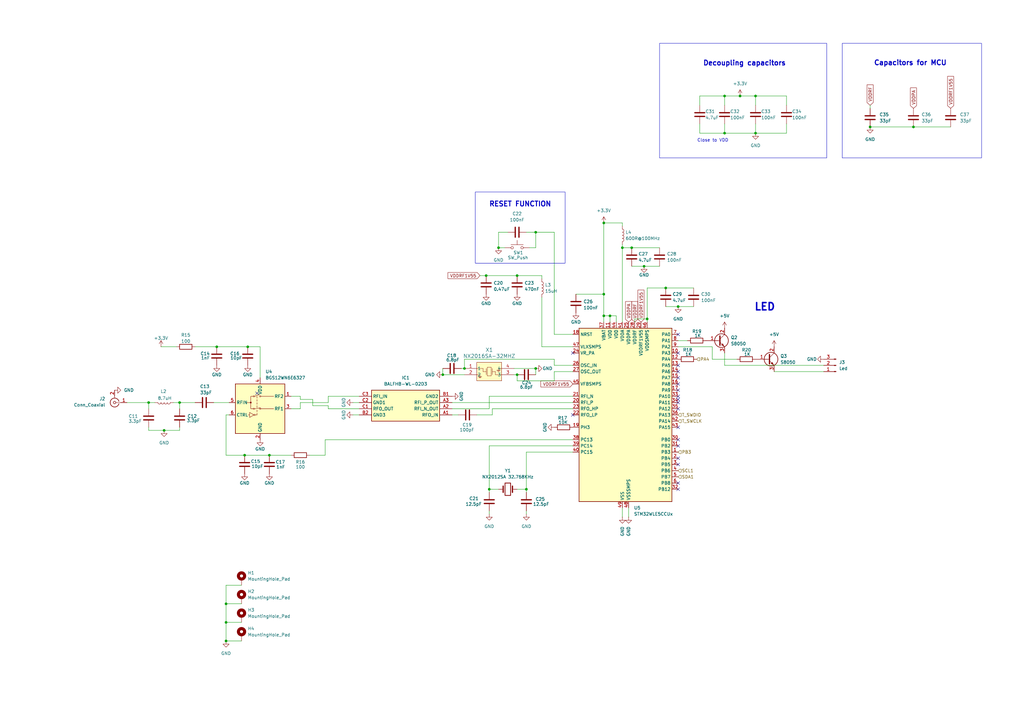
<source format=kicad_sch>
(kicad_sch (version 20231120) (generator "eeschema") (generator_version "8.0")
  (paper "A3")
  (lib_symbols
    (symbol "BALFHB-WL-05D3:BALFHB-WL-05D3"
      (property "Reference" "IC" (at 34.29 7.62 0))
      (property "Value" "BALFHB-WL-05D3" (at 34.29 5.08 0))
      (symbol "BALFHB-WL-05D3_1_1"
        (rectangle (start 5.08 2.54) (end 33.02 -10.16) (stroke (width 0.254)) (fill (type background)))
        (pin passive line (at 0 0 0) (length 5.08) (name "RFO_IN") (number "A1"))
        (pin passive line (at 0 -2.54 0) (length 5.08) (name "RFI_N_OUT") (number "A2"))
        (pin passive line (at 0 -5.08 0) (length 5.08) (name "RFI_P_OUT") (number "A3"))
        (pin passive line (at 0 -7.62 0) (length 5.08) (name "GND2") (number "B1"))
        (pin passive line (at 38.1 0 180) (length 5.08) (name "GND3") (number "B2"))
        (pin passive line (at 38.1 -2.54 180) (length 5.08) (name "RFO_OUT") (number "C1"))
        (pin passive line (at 38.1 -5.08 180) (length 5.08) (name "GND1") (number "C2"))
        (pin passive line (at 38.1 -7.62 180) (length 5.08) (name "RFI_IN") (number "C3"))
      )
    )
    (symbol "Connector:Conn_01x03_Pin" (pin_names (offset 1.016) hide)
      (property "Reference" "J" (at 0 5.08 0))
      (property "Value" "Conn_01x03_Pin" (at 0 -5.08 0))
      (symbol "Conn_01x03_Pin_1_1"
        (polyline (pts (xy 1.27 -2.54) (xy 0.8636 -2.54)) (stroke (width 0.1524)))
        (polyline (pts (xy 1.27 0) (xy 0.8636 0)) (stroke (width 0.1524)))
        (polyline (pts (xy 1.27 2.54) (xy 0.8636 2.54)) (stroke (width 0.1524)))
        (rectangle (start 0.8636 -2.413) (end 0 -2.667) (stroke (width 0.1524)) (fill (type outline)))
        (rectangle (start 0.8636 0.127) (end 0 -0.127) (stroke (width 0.1524)) (fill (type outline)))
        (rectangle (start 0.8636 2.667) (end 0 2.413) (stroke (width 0.1524)) (fill (type outline)))
        (pin passive line (at 5.08 2.54 180) (length 3.81) (name "Pin_1") (number "1"))
        (pin passive line (at 5.08 0 180) (length 3.81) (name "Pin_2") (number "2"))
        (pin passive line (at 5.08 -2.54 180) (length 3.81) (name "Pin_3") (number "3"))
      )
    )
    (symbol "Connector:Conn_Coaxial" (pin_names (offset 1.016) hide)
      (property "Reference" "J" (at 0.254 3.048 0))
      (property "Value" "Conn_Coaxial" (at 2.921 0 90))
      (symbol "Conn_Coaxial_0_1"
        (arc (start -1.778 -0.508) (mid 0.2311 -1.8066) (end 1.778 0) (stroke (width 0.254)))
        (polyline (pts (xy -2.54 0) (xy -0.508 0)))
        (polyline (pts (xy 0 -2.54) (xy 0 -1.778)))
        (circle (center 0 0) (radius 0.508) (stroke (width 0.2032)))
        (arc (start 1.778 0) (mid 0.2099 1.8101) (end -1.778 0.508) (stroke (width 0.254)))
      )
      (symbol "Conn_Coaxial_1_1"
        (pin passive line (at -5.08 0 0) (length 2.54) (name "In") (number "1"))
        (pin passive line (at 0 -5.08 90) (length 2.54) (name "Ext") (number "2"))
      )
    )
    (symbol "Device:C" (pin_numbers hide) (pin_names (offset 0.254))
      (property "Reference" "C" (at 0.635 2.54 0))
      (property "Value" "C" (at 0.635 -2.54 0))
      (symbol "C_0_1"
        (polyline (pts (xy -2.032 -0.762) (xy 2.032 -0.762)) (stroke (width 0.508)))
        (polyline (pts (xy -2.032 0.762) (xy 2.032 0.762)) (stroke (width 0.508)))
      )
      (symbol "C_1_1"
        (pin passive line (at 0 3.81 270) (length 2.794) (name "~") (number "1"))
        (pin passive line (at 0 -3.81 90) (length 2.794) (name "~") (number "2"))
      )
    )
    (symbol "Device:Crystal" (pin_numbers hide) (pin_names (offset 1.016) hide)
      (property "Reference" "Y" (at 0 3.81 0))
      (property "Value" "Crystal" (at 0 -3.81 0))
      (symbol "Crystal_0_1"
        (rectangle (start -1.143 2.54) (end 1.143 -2.54) (stroke (width 0.3048)))
        (polyline (pts (xy -2.54 0) (xy -1.905 0)))
        (polyline (pts (xy -1.905 -1.27) (xy -1.905 1.27)) (stroke (width 0.508)))
        (polyline (pts (xy 1.905 -1.27) (xy 1.905 1.27)) (stroke (width 0.508)))
        (polyline (pts (xy 2.54 0) (xy 1.905 0)))
      )
      (symbol "Crystal_1_1"
        (pin passive line (at -3.81 0 0) (length 1.27) (name "1") (number "1"))
        (pin passive line (at 3.81 0 180) (length 1.27) (name "2") (number "2"))
      )
    )
    (symbol "Device:L" (pin_numbers hide) (pin_names (offset 1.016) hide)
      (property "Reference" "L" (at -1.27 0 90))
      (property "Value" "L" (at 1.905 0 90))
      (symbol "L_0_1"
        (arc (start 0 -2.54) (mid 0.6323 -1.905) (end 0 -1.27))
        (arc (start 0 -1.27) (mid 0.6323 -0.635) (end 0 0))
        (arc (start 0 0) (mid 0.6323 0.635) (end 0 1.27))
        (arc (start 0 1.27) (mid 0.6323 1.905) (end 0 2.54))
      )
      (symbol "L_1_1"
        (pin passive line (at 0 3.81 270) (length 1.27) (name "1") (number "1"))
        (pin passive line (at 0 -3.81 90) (length 1.27) (name "2") (number "2"))
      )
    )
    (symbol "Device:R" (pin_numbers hide) (pin_names (offset 0))
      (property "Reference" "R" (at 2.032 0 90))
      (property "Value" "R" (at 0 0 90))
      (symbol "R_0_1"
        (rectangle (start -1.016 -2.54) (end 1.016 2.54) (stroke (width 0.254)))
      )
      (symbol "R_1_1"
        (pin passive line (at 0 3.81 270) (length 1.27) (name "~") (number "1"))
        (pin passive line (at 0 -3.81 90) (length 1.27) (name "~") (number "2"))
      )
    )
    (symbol "GND_1" (power) (pin_numbers hide) (pin_names (offset 0) hide)
      (property "Value" "GND" (at 0 -3.81 0))
      (symbol "GND_1_0_1"
        (polyline (pts (xy 0 0) (xy 0 -1.27) (xy 1.27 -1.27) (xy 0 -2.54) (xy -1.27 -1.27) (xy 0 -1.27)))
      )
      (symbol "GND_1_1_1"
        (pin power_in line (at 0 0 270) (length 0) (name "~") (number "1"))
      )
    )
    (symbol "GND_2" (power) (pin_numbers hide) (pin_names (offset 0) hide)
      (property "Value" "GND" (at 0 -3.81 0))
      (symbol "GND_2_0_1"
        (polyline (pts (xy 0 0) (xy 0 -1.27) (xy 1.27 -1.27) (xy 0 -2.54) (xy -1.27 -1.27) (xy 0 -1.27)))
      )
      (symbol "GND_2_1_1"
        (pin power_in line (at 0 0 270) (length 0) (name "~") (number "1"))
      )
    )
    (symbol "MCU_ST_STM32WL:STM32WLE5CCUx"
      (property "Reference" "U" (at -17.78 36.83 0))
      (property "Value" "STM32WLE5CCUx" (at 12.7 36.83 0))
      (symbol "STM32WLE5CCUx_0_1"
        (rectangle (start -17.78 -35.56) (end 20.32 35.56) (stroke (width 0.254)) (fill (type background)))
      )
      (symbol "STM32WLE5CCUx_1_1"
        (pin bidirectional line (at 22.86 -15.24 180) (length 2.54) (name "PB3") (number "1"))
        (pin bidirectional line (at 22.86 25.4 180) (length 2.54) (name "PA3") (number "10"))
        (pin power_in line (at -5.08 38.1 270) (length 2.54) (name "VDD") (number "11"))
        (pin bidirectional line (at 22.86 22.86 180) (length 2.54) (name "PA4") (number "12"))
        (pin bidirectional line (at 22.86 20.32 180) (length 2.54) (name "PA5") (number "13"))
        (pin bidirectional line (at 22.86 17.78 180) (length 2.54) (name "PA6") (number "14"))
        (pin bidirectional line (at 22.86 15.24 180) (length 2.54) (name "PA7") (number "15"))
        (pin bidirectional line (at 22.86 12.7 180) (length 2.54) (name "PA8") (number "16"))
        (pin bidirectional line (at 22.86 10.16 180) (length 2.54) (name "PA9") (number "17"))
        (pin input line (at -20.32 33.02 0) (length 2.54) (name "NRST") (number "18"))
        (pin bidirectional line (at -20.32 -5.08 0) (length 2.54) (name "PH3") (number "19"))
        (pin bidirectional line (at 22.86 -17.78 180) (length 2.54) (name "PB4") (number "2"))
        (pin bidirectional line (at -20.32 5.08 0) (length 2.54) (name "RFI_P") (number "20"))
        (pin bidirectional line (at -20.32 7.62 0) (length 2.54) (name "RFI_N") (number "21"))
        (pin bidirectional line (at -20.32 0 0) (length 2.54) (name "RFO_LP") (number "22"))
        (pin bidirectional line (at -20.32 2.54 0) (length 2.54) (name "RFO_HP") (number "23"))
        (pin power_in line (at -20.32 25.4 0) (length 2.54) (name "VR_PA") (number "24"))
        (pin power_in line (at 2.54 38.1 270) (length 2.54) (name "VDDPA") (number "25"))
        (pin input line (at -20.32 20.32 0) (length 2.54) (name "OSC_IN") (number "26"))
        (pin input line (at -20.32 17.78 0) (length 2.54) (name "OSC_OUT") (number "27"))
        (pin power_in line (at 5.08 38.1 270) (length 2.54) (name "VDDRF") (number "28"))
        (pin power_in line (at 7.62 38.1 270) (length 2.54) (name "VDDRF1V55") (number "29"))
        (pin bidirectional line (at 22.86 -20.32 180) (length 2.54) (name "PB5") (number "3"))
        (pin bidirectional line (at 22.86 -10.16 180) (length 2.54) (name "PB0") (number "30"))
        (pin bidirectional line (at 22.86 -12.7 180) (length 2.54) (name "PB2") (number "31"))
        (pin bidirectional line (at 22.86 -30.48 180) (length 2.54) (name "PB12") (number "32"))
        (pin bidirectional line (at 22.86 7.62 180) (length 2.54) (name "PA10") (number "33"))
        (pin bidirectional line (at 22.86 5.08 180) (length 2.54) (name "PA11") (number "34"))
        (pin bidirectional line (at 22.86 2.54 180) (length 2.54) (name "PA12") (number "35"))
        (pin bidirectional line (at 22.86 0 180) (length 2.54) (name "PA13") (number "36"))
        (pin power_in line (at -7.62 38.1 270) (length 2.54) (name "VBAT") (number "37"))
        (pin bidirectional line (at -20.32 -10.16 0) (length 2.54) (name "PC13") (number "38"))
        (pin bidirectional line (at -20.32 -12.7 0) (length 2.54) (name "PC14") (number "39"))
        (pin bidirectional line (at 22.86 -22.86 180) (length 2.54) (name "PB6") (number "4"))
        (pin bidirectional line (at -20.32 -15.24 0) (length 2.54) (name "PC15") (number "40"))
        (pin power_in line (at 0 38.1 270) (length 2.54) (name "VDDA") (number "41"))
        (pin bidirectional line (at 22.86 -2.54 180) (length 2.54) (name "PA14") (number "42"))
        (pin bidirectional line (at 22.86 -5.08 180) (length 2.54) (name "PA15") (number "43"))
        (pin power_in line (at -2.54 38.1 270) (length 2.54) (name "VDD") (number "44"))
        (pin input line (at -20.32 12.7 0) (length 2.54) (name "VFBSMPS") (number "45"))
        (pin power_in line (at 10.16 38.1 270) (length 2.54) (name "VDDSMPS") (number "46"))
        (pin power_in line (at -20.32 27.94 0) (length 2.54) (name "VLXSMPS") (number "47"))
        (pin power_in line (at 2.54 -38.1 90) (length 2.54) (name "VSSSMPS") (number "48"))
        (pin power_in line (at 0 -38.1 90) (length 2.54) (name "VSS") (number "49"))
        (pin bidirectional line (at 22.86 -25.4 180) (length 2.54) (name "PB7") (number "5"))
        (pin bidirectional line (at 22.86 -27.94 180) (length 2.54) (name "PB8") (number "6"))
        (pin bidirectional line (at 22.86 33.02 180) (length 2.54) (name "PA0") (number "7"))
        (pin bidirectional line (at 22.86 30.48 180) (length 2.54) (name "PA1") (number "8"))
        (pin bidirectional line (at 22.86 27.94 180) (length 2.54) (name "PA2") (number "9"))
      )
    )
    (symbol "Mechanical:MountingHole_Pad" (pin_numbers hide) (pin_names (offset 1.016) hide)
      (property "Reference" "H" (at 0 6.35 0))
      (property "Value" "MountingHole_Pad" (at 0 4.445 0))
      (symbol "MountingHole_Pad_0_1"
        (circle (center 0 1.27) (radius 1.27) (stroke (width 1.27)))
      )
      (symbol "MountingHole_Pad_1_1"
        (pin input line (at 0 -2.54 90) (length 2.54) (name "1") (number "1"))
      )
    )
    (symbol "NX2016SA-32MHZ:NX2016SA-32MHZ-EXS00A-CS06654" (pin_names (offset 0.254))
      (property "Reference" "X1" (at 12.7 7.62 0))
      (property "Value" "NX2016SA-32MHZ-EXS00A-CS06654" (at 12.7 5.08 0))
      (symbol "NX2016SA-32MHZ-EXS00A-CS06654_0_1"
        (polyline (pts (xy 7.62 -2.54) (xy 8.89 -2.54)) (stroke (width 0.127)))
        (polyline (pts (xy 8.128 -3.302) (xy 9.652 -3.302)) (stroke (width 0.127)))
        (polyline (pts (xy 8.382 -3.556) (xy 9.398 -3.556)) (stroke (width 0.127)))
        (polyline (pts (xy 8.636 -3.81) (xy 9.144 -3.81)) (stroke (width 0.127)))
        (polyline (pts (xy 8.89 -2.54) (xy 8.89 -3.302)) (stroke (width 0.127)))
        (polyline (pts (xy 10.16 -1.27) (xy 10.16 0)) (stroke (width 0.127)))
        (polyline (pts (xy 10.16 0) (xy 7.62 0)) (stroke (width 0.127)))
        (polyline (pts (xy 11.43 -1.27) (xy 10.16 -1.27)) (stroke (width 0.127)))
        (polyline (pts (xy 11.43 0) (xy 11.43 -2.54)) (stroke (width 0.127)))
        (polyline (pts (xy 11.938 -3.048) (xy 13.462 -3.048)) (stroke (width 0.127)))
        (polyline (pts (xy 11.938 0.508) (xy 11.938 -3.048)) (stroke (width 0.127)))
        (polyline (pts (xy 13.462 -3.048) (xy 13.462 0.508)) (stroke (width 0.127)))
        (polyline (pts (xy 13.462 0.508) (xy 11.938 0.508)) (stroke (width 0.127)))
        (polyline (pts (xy 13.97 -1.27) (xy 15.24 -1.27)) (stroke (width 0.127)))
        (polyline (pts (xy 13.97 0) (xy 13.97 -2.54)) (stroke (width 0.127)))
        (polyline (pts (xy 15.24 -2.54) (xy 17.78 -2.54)) (stroke (width 0.127)))
        (polyline (pts (xy 15.24 -1.27) (xy 15.24 -2.54)) (stroke (width 0.127)))
        (polyline (pts (xy 16.51 0) (xy 16.51 -0.762)) (stroke (width 0.127)))
        (polyline (pts (xy 16.764 -1.27) (xy 16.256 -1.27)) (stroke (width 0.127)))
        (polyline (pts (xy 17.018 -1.016) (xy 16.002 -1.016)) (stroke (width 0.127)))
        (polyline (pts (xy 17.272 -0.762) (xy 15.748 -0.762)) (stroke (width 0.127)))
        (polyline (pts (xy 17.78 0) (xy 16.51 0)) (stroke (width 0.127)))
      )
      (symbol "NX2016SA-32MHZ-EXS00A-CS06654_1_1"
        (rectangle (start 7.62 2.54) (end 17.78 -5.08) (fill (type background)))
        (pin unspecified line (at 2.54 0 0) (length 5.08) (name "1") (number "1"))
        (pin unspecified line (at 2.54 -2.54 0) (length 5.08) (name "2") (number "2"))
        (pin unspecified line (at 22.86 -2.54 180) (length 5.08) (name "3") (number "3"))
        (pin unspecified line (at 22.86 0 180) (length 5.08) (name "4") (number "4"))
      )
    )
    (symbol "RF_Switch:BGS12WN6E6327"
      (property "Reference" "U" (at -10.16 11.43 0))
      (property "Value" "BGS12WN6E6327" (at 1.27 11.43 0))
      (symbol "BGS12WN6E6327_0_0"
        (rectangle (start -10.16 10.16) (end 10.16 -10.16) (stroke (width 0.254)) (fill (type background)))
        (circle (center -3.81 2.54) (radius 0.254) (fill (type outline)))
        (circle (center -2.286 -2.54) (radius 0.254))
        (polyline (pts (xy -4.318 -2.54) (xy -4.826 -2.54)))
        (polyline (pts (xy -3.81 2.54) (xy -5.588 2.54)))
        (polyline (pts (xy -1.27 -2.54) (xy -2.032 -2.54)))
        (polyline (pts (xy -1.27 -2.54) (xy -1.27 -1.778)))
        (polyline (pts (xy -1.27 -1.27) (xy -1.27 -0.508)))
        (polyline (pts (xy -1.27 1.27) (xy -1.27 0.508)))
        (polyline (pts (xy -1.27 2.54) (xy -1.27 1.778)))
        (polyline (pts (xy -1.27 3.81) (xy -1.27 3.048)))
        (polyline (pts (xy -1.27 5.08) (xy -1.27 4.318)))
        (polyline (pts (xy 0.254 0) (xy 5.588 0)))
        (polyline (pts (xy 0.254 5.08) (xy 5.588 5.08)))
        (polyline (pts (xy -4.318 -1.524) (xy -4.318 -3.556) (xy -2.54 -2.54) (xy -4.318 -1.524)))
        (polyline (pts (xy -2.794 0) (xy -3.81 0) (xy -3.81 5.08) (xy -2.794 5.08)))
      )
      (symbol "BGS12WN6E6327_0_1"
        (circle (center -2.54 0) (radius 0.254))
        (circle (center -2.54 5.08) (radius 0.254))
        (polyline (pts (xy -2.286 0) (xy 0.127 0.381)))
        (polyline (pts (xy -2.286 5.08) (xy -0.254 5.842)))
        (circle (center 0 0) (radius 0.254))
        (circle (center 0 5.08) (radius 0.254))
      )
      (symbol "BGS12WN6E6327_1_1"
        (pin passive line (at 12.7 5.08 180) (length 2.54) (name "RF2") (number "1"))
        (pin power_in line (at 0 -12.7 90) (length 2.54) (name "GND") (number "2"))
        (pin passive line (at 12.7 0 180) (length 2.54) (name "RF1") (number "3"))
        (pin power_in line (at 0 12.7 270) (length 2.54) (name "VDD") (number "4"))
        (pin passive line (at -12.7 2.54 0) (length 2.54) (name "RFIN") (number "5"))
        (pin input line (at -12.7 -2.54 0) (length 2.54) (name "CTRL") (number "6"))
      )
    )
    (symbol "Switch:SW_Push" (pin_numbers hide) (pin_names (offset 1.016) hide)
      (property "Reference" "SW" (at 1.27 2.54 0))
      (property "Value" "SW_Push" (at 0 -1.524 0))
      (symbol "SW_Push_0_1"
        (circle (center -2.032 0) (radius 0.508))
        (polyline (pts (xy 0 1.27) (xy 0 3.048)))
        (polyline (pts (xy 2.54 1.27) (xy -2.54 1.27)))
        (circle (center 2.032 0) (radius 0.508))
        (pin passive line (at -5.08 0 0) (length 2.54) (name "1") (number "1"))
        (pin passive line (at 5.08 0 180) (length 2.54) (name "2") (number "2"))
      )
    )
    (symbol "Transistor_BJT:S8050" (pin_names (offset 0) hide)
      (property "Reference" "Q1" (at 5.08 1.2701 0))
      (property "Value" "S8050" (at 5.08 -1.2699 0))
      (symbol "S8050_0_1"
        (polyline (pts (xy 0 0) (xy 0.635 0)))
        (polyline (pts (xy 0.635 0.635) (xy 2.54 2.54)))
        (polyline (pts (xy 0.635 -0.635) (xy 2.54 -2.54) (xy 2.54 -2.54)))
        (polyline (pts (xy 0.635 1.905) (xy 0.635 -1.905) (xy 0.635 -1.905)) (stroke (width 0.508)))
        (polyline (pts (xy 1.27 -1.778) (xy 1.778 -1.27) (xy 2.286 -2.286) (xy 1.27 -1.778) (xy 1.27 -1.778)) (fill (type outline)))
        (circle (center 1.27 0) (radius 2.8194) (stroke (width 0.254)))
      )
      (symbol "S8050_1_1"
        (pin input line (at -5.08 0 0) (length 5.08) (name "B") (number "1"))
        (pin passive line (at 2.54 5.08 270) (length 2.54) (name "C") (number "2"))
        (pin passive line (at 2.54 -5.08 90) (length 2.54) (name "E") (number "3"))
      )
    )
    (symbol "power:+3.3V" (power) (pin_numbers hide) (pin_names (offset 0) hide)
      (property "Value" "+3.3V" (at 0 3.556 0))
      (symbol "+3.3V_0_1"
        (polyline (pts (xy -0.762 1.27) (xy 0 2.54)))
        (polyline (pts (xy 0 0) (xy 0 2.54)))
        (polyline (pts (xy 0 2.54) (xy 0.762 1.27)))
      )
      (symbol "+3.3V_1_1"
        (pin power_in line (at 0 0 90) (length 0) (name "~") (number "1"))
      )
    )
    (symbol "power:+5V" (power) (pin_numbers hide) (pin_names (offset 0) hide)
      (property "Value" "+5V" (at 0 3.556 0))
      (symbol "+5V_0_1"
        (polyline (pts (xy -0.762 1.27) (xy 0 2.54)))
        (polyline (pts (xy 0 0) (xy 0 2.54)))
        (polyline (pts (xy 0 2.54) (xy 0.762 1.27)))
      )
      (symbol "+5V_1_1"
        (pin power_in line (at 0 0 90) (length 0) (name "~") (number "1"))
      )
    )
    (symbol "power:GND" (power) (pin_names (offset 0))
      (property "Value" "GND" (at 0 -3.81 0))
      (symbol "GND_0_1"
        (polyline (pts (xy 0 0) (xy 0 -1.27) (xy 1.27 -1.27) (xy 0 -2.54) (xy -1.27 -1.27) (xy 0 -1.27)))
      )
      (symbol "GND_1_1"
        (pin power_in line (at 0 0 270) (length 0) hide (name "GND") (number "1"))
      )
    )
  )
  (junction (at 247.65 129.54))
  (junction (at 190.5 151.13))
  (junction (at 200.66 200.66))
  (junction (at 199.39 113.03))
  (junction (at 247.65 91.44))
  (junction (at 101.6 142.24))
  (junction (at 356.87 52.07))
  (junction (at 92.71 262.89))
  (junction (at 219.71 95.25))
  (junction (at 297.18 54.61))
  (junction (at 100.33 186.69))
  (junction (at 297.18 39.37))
  (junction (at 215.9 200.66))
  (junction (at 273.05 118.11))
  (junction (at 255.27 101.6))
  (junction (at 110.49 186.69))
  (junction (at 88.9 142.24))
  (junction (at 212.09 113.03))
  (junction (at 181.61 153.67))
  (junction (at 212.09 153.67))
  (junction (at 264.16 109.22))
  (junction (at 303.53 39.37))
  (junction (at 73.66 165.1))
  (junction (at 247.65 120.65))
  (junction (at 309.88 39.37))
  (junction (at 309.88 54.61))
  (junction (at 60.96 165.1))
  (junction (at 92.71 247.65))
  (junction (at 374.65 52.07))
  (junction (at 219.71 151.13))
  (junction (at 250.19 129.54))
  (junction (at 67.31 176.53))
  (junction (at 265.43 130.81))
  (junction (at 259.08 101.6))
  (junction (at 92.71 255.27))
  (junction (at 278.13 125.73))
  (junction (at 204.47 101.6))
  (no_connect (at 278.13 200.66))
  (no_connect (at 278.13 152.4))
  (no_connect (at 278.13 167.64))
  (no_connect (at 278.13 198.12))
  (no_connect (at 278.13 182.88))
  (no_connect (at 234.95 170.18))
  (no_connect (at 278.13 175.26))
  (no_connect (at 278.13 187.96))
  (no_connect (at 278.13 160.02))
  (no_connect (at 278.13 163.83))
  (no_connect (at 278.13 180.34))
  (no_connect (at 278.13 154.94))
  (no_connect (at 278.13 190.5))
  (no_connect (at 105.41 161.29))
  (no_connect (at 278.13 162.56))
  (no_connect (at 278.13 165.1))
  (no_connect (at 278.13 144.78))
  (no_connect (at 278.13 157.48))
  (no_connect (at 278.13 149.86))
  (no_connect (at 234.95 144.78))
  (no_connect (at 278.13 137.16))
  (wire (pts (xy 123.19 162.56) (xy 119.38 162.56)))
  (wire (pts (xy 215.9 185.42) (xy 215.9 200.66)))
  (wire (pts (xy 119.38 167.64) (xy 123.19 167.64)))
  (wire (pts (xy 252.73 129.54) (xy 250.19 129.54)))
  (wire (pts (xy 255.27 100.33) (xy 255.27 101.6)))
  (wire (pts (xy 265.43 118.11) (xy 265.43 130.81)))
  (wire (pts (xy 212.09 153.67) (xy 212.09 156.21)))
  (wire (pts (xy 255.27 91.44) (xy 255.27 92.71)))
  (wire (pts (xy 250.19 129.54) (xy 250.19 132.08)))
  (wire (pts (xy 309.88 54.61) (xy 322.58 54.61)))
  (wire (pts (xy 92.71 240.03) (xy 99.06 240.03)))
  (wire (pts (xy 227.33 137.16) (xy 227.33 95.25)))
  (wire (pts (xy 284.48 118.11) (xy 273.05 118.11)))
  (wire (pts (xy 80.01 142.24) (xy 88.9 142.24)))
  (wire (pts (xy 356.87 43.18) (xy 356.87 44.45)))
  (wire (pts (xy 309.88 39.37) (xy 309.88 43.18)))
  (wire (pts (xy 189.23 151.13) (xy 190.5 151.13)))
  (wire (pts (xy 200.66 182.88) (xy 200.66 200.66)))
  (wire (pts (xy 185.42 167.64) (xy 200.66 167.64)))
  (wire (pts (xy 287.02 54.61) (xy 297.18 54.61)))
  (wire (pts (xy 133.35 186.69) (xy 133.35 180.34)))
  (wire (pts (xy 287.02 50.8) (xy 287.02 54.61)))
  (wire (pts (xy 200.66 209.55) (xy 200.66 210.82)))
  (wire (pts (xy 201.93 170.18) (xy 195.58 170.18)))
  (wire (pts (xy 222.25 142.24) (xy 234.95 142.24)))
  (wire (pts (xy 219.71 151.13) (xy 210.82 151.13)))
  (wire (pts (xy 60.96 165.1) (xy 60.96 167.64)))
  (wire (pts (xy 297.18 39.37) (xy 297.18 43.18)))
  (wire (pts (xy 265.43 130.81) (xy 260.35 130.81)))
  (wire (pts (xy 322.58 39.37) (xy 322.58 43.18)))
  (wire (pts (xy 259.08 109.22) (xy 264.16 109.22)))
  (wire (pts (xy 297.18 50.8) (xy 297.18 54.61)))
  (wire (pts (xy 181.61 153.67) (xy 190.5 153.67)))
  (wire (pts (xy 67.31 176.53) (xy 60.96 176.53)))
  (wire (pts (xy 196.85 113.03) (xy 199.39 113.03)))
  (wire (pts (xy 127 186.69) (xy 133.35 186.69)))
  (wire (pts (xy 259.08 101.6) (xy 270.51 101.6)))
  (wire (pts (xy 101.6 142.24) (xy 106.68 142.24)))
  (wire (pts (xy 227.33 156.21) (xy 227.33 152.4)))
  (wire (pts (xy 144.78 170.18) (xy 147.32 170.18)))
  (wire (pts (xy 247.65 120.65) (xy 247.65 129.54)))
  (wire (pts (xy 292.1 142.24) (xy 292.1 147.32)))
  (wire (pts (xy 252.73 129.54) (xy 252.73 132.08)))
  (wire (pts (xy 255.27 212.09) (xy 255.27 208.28)))
  (wire (pts (xy 227.33 152.4) (xy 234.95 152.4)))
  (wire (pts (xy 71.12 165.1) (xy 73.66 165.1)))
  (wire (pts (xy 123.19 163.83) (xy 123.19 162.56)))
  (wire (pts (xy 63.5 165.1) (xy 60.96 165.1)))
  (wire (pts (xy 255.27 101.6) (xy 259.08 101.6)))
  (wire (pts (xy 317.5 152.4) (xy 337.82 152.4)))
  (wire (pts (xy 73.66 176.53) (xy 67.31 176.53)))
  (wire (pts (xy 264.16 109.22) (xy 270.51 109.22)))
  (wire (pts (xy 92.71 247.65) (xy 99.06 247.65)))
  (wire (pts (xy 92.71 247.65) (xy 92.71 240.03)))
  (wire (pts (xy 134.62 166.37) (xy 128.27 166.37)))
  (wire (pts (xy 208.28 95.25) (xy 204.47 95.25)))
  (wire (pts (xy 60.96 176.53) (xy 60.96 175.26)))
  (wire (pts (xy 287.02 43.18) (xy 287.02 39.37)))
  (wire (pts (xy 260.35 130.81) (xy 260.35 132.08)))
  (wire (pts (xy 73.66 165.1) (xy 80.01 165.1)))
  (wire (pts (xy 190.5 147.32) (xy 227.33 147.32)))
  (wire (pts (xy 278.13 125.73) (xy 284.48 125.73)))
  (wire (pts (xy 255.27 101.6) (xy 255.27 132.08)))
  (wire (pts (xy 92.71 262.89) (xy 92.71 255.27)))
  (wire (pts (xy 292.1 147.32) (xy 302.26 147.32)))
  (wire (pts (xy 199.39 113.03) (xy 212.09 113.03)))
  (wire (pts (xy 265.43 118.11) (xy 273.05 118.11)))
  (wire (pts (xy 181.61 151.13) (xy 181.61 153.67)))
  (wire (pts (xy 247.65 91.44) (xy 247.65 120.65)))
  (wire (pts (xy 215.9 200.66) (xy 212.09 200.66)))
  (wire (pts (xy 356.87 52.07) (xy 374.65 52.07)))
  (wire (pts (xy 337.82 149.86) (xy 297.18 149.86)))
  (wire (pts (xy 309.88 39.37) (xy 322.58 39.37)))
  (wire (pts (xy 87.63 165.1) (xy 93.98 165.1)))
  (wire (pts (xy 134.62 165.1) (xy 134.62 162.56)))
  (wire (pts (xy 219.71 153.67) (xy 219.71 151.13)))
  (wire (pts (xy 88.9 142.24) (xy 101.6 142.24)))
  (wire (pts (xy 185.42 170.18) (xy 187.96 170.18)))
  (wire (pts (xy 265.43 132.08) (xy 265.43 130.81)))
  (wire (pts (xy 215.9 209.55) (xy 215.9 210.82)))
  (wire (pts (xy 234.95 167.64) (xy 201.93 167.64)))
  (wire (pts (xy 219.71 95.25) (xy 227.33 95.25)))
  (wire (pts (xy 52.07 165.1) (xy 60.96 165.1)))
  (wire (pts (xy 133.35 180.34) (xy 234.95 180.34)))
  (wire (pts (xy 273.05 125.73) (xy 278.13 125.73)))
  (wire (pts (xy 215.9 201.93) (xy 215.9 200.66)))
  (wire (pts (xy 215.9 185.42) (xy 234.95 185.42)))
  (wire (pts (xy 297.18 39.37) (xy 303.53 39.37)))
  (wire (pts (xy 250.19 129.54) (xy 247.65 129.54)))
  (wire (pts (xy 204.47 101.6) (xy 207.01 101.6)))
  (wire (pts (xy 227.33 137.16) (xy 234.95 137.16)))
  (wire (pts (xy 278.13 142.24) (xy 292.1 142.24)))
  (wire (pts (xy 204.47 95.25) (xy 204.47 101.6)))
  (wire (pts (xy 128.27 163.83) (xy 123.19 163.83)))
  (wire (pts (xy 201.93 167.64) (xy 201.93 170.18)))
  (wire (pts (xy 278.13 139.7) (xy 281.94 139.7)))
  (wire (pts (xy 236.22 120.65) (xy 247.65 120.65)))
  (wire (pts (xy 374.65 52.07) (xy 389.89 52.07)))
  (wire (pts (xy 309.88 50.8) (xy 309.88 54.61)))
  (wire (pts (xy 212.09 153.67) (xy 210.82 153.67)))
  (wire (pts (xy 322.58 50.8) (xy 322.58 54.61)))
  (wire (pts (xy 287.02 39.37) (xy 297.18 39.37)))
  (wire (pts (xy 247.65 91.44) (xy 255.27 91.44)))
  (wire (pts (xy 227.33 147.32) (xy 227.33 149.86)))
  (wire (pts (xy 92.71 255.27) (xy 92.71 247.65)))
  (wire (pts (xy 100.33 186.69) (xy 92.71 186.69)))
  (wire (pts (xy 144.78 165.1) (xy 147.32 165.1)))
  (wire (pts (xy 106.68 142.24) (xy 106.68 154.94)))
  (wire (pts (xy 257.81 212.09) (xy 257.81 208.28)))
  (wire (pts (xy 134.62 167.64) (xy 147.32 167.64)))
  (wire (pts (xy 93.98 170.18) (xy 92.71 170.18)))
  (wire (pts (xy 200.66 167.64) (xy 200.66 162.56)))
  (wire (pts (xy 73.66 167.64) (xy 73.66 165.1)))
  (wire (pts (xy 297.18 149.86) (xy 297.18 144.78)))
  (wire (pts (xy 200.66 200.66) (xy 204.47 200.66)))
  (wire (pts (xy 123.19 167.64) (xy 123.19 165.1)))
  (wire (pts (xy 219.71 95.25) (xy 219.71 101.6)))
  (wire (pts (xy 200.66 162.56) (xy 234.95 162.56)))
  (wire (pts (xy 119.38 186.69) (xy 110.49 186.69)))
  (wire (pts (xy 190.5 151.13) (xy 190.5 147.32)))
  (wire (pts (xy 222.25 121.92) (xy 222.25 142.24)))
  (wire (pts (xy 219.71 101.6) (xy 217.17 101.6)))
  (wire (pts (xy 92.71 255.27) (xy 99.06 255.27)))
  (wire (pts (xy 215.9 95.25) (xy 219.71 95.25)))
  (wire (pts (xy 297.18 54.61) (xy 309.88 54.61)))
  (wire (pts (xy 222.25 113.03) (xy 212.09 113.03)))
  (wire (pts (xy 73.66 175.26) (xy 73.66 176.53)))
  (wire (pts (xy 92.71 170.18) (xy 92.71 186.69)))
  (wire (pts (xy 72.39 142.24) (xy 66.04 142.24)))
  (wire (pts (xy 110.49 186.69) (xy 100.33 186.69)))
  (wire (pts (xy 247.65 129.54) (xy 247.65 132.08)))
  (wire (pts (xy 222.25 114.3) (xy 222.25 113.03)))
  (wire (pts (xy 134.62 162.56) (xy 147.32 162.56)))
  (wire (pts (xy 99.06 262.89) (xy 92.71 262.89)))
  (wire (pts (xy 200.66 182.88) (xy 234.95 182.88)))
  (wire (pts (xy 134.62 166.37) (xy 134.62 167.64)))
  (wire (pts (xy 123.19 165.1) (xy 134.62 165.1)))
  (wire (pts (xy 212.09 156.21) (xy 227.33 156.21)))
  (wire (pts (xy 200.66 201.93) (xy 200.66 200.66)))
  (wire (pts (xy 303.53 39.37) (xy 309.88 39.37)))
  (wire (pts (xy 227.33 149.86) (xy 234.95 149.86)))
  (wire (pts (xy 185.42 165.1) (xy 234.95 165.1)))
  (wire (pts (xy 128.27 166.37) (xy 128.27 163.83)))
  (rectangle (start 345.44 17.78) (end 402.59 64.77))
  (rectangle (start 194.945 78.74) (end 231.775 107.95))
  (rectangle (start 270.51 17.78) (end 339.09 64.77))
  (text "Capacitors for MCU" (at 373.38 25.908 0) (effects (font (size 2 2) (bold yes))))
  (text "RESET FUNCTION" (at 213.36 83.82 0) (effects (font (size 2 2) (bold yes))))
  (text "Close to VDD" (at 292.354 57.658 0) (effects (font (size 1.27 1.27))))
  (text "LED" (at 313.69 125.984 0) (effects (font (size 3 3) (thickness 0.6) (bold yes))))
  (text "Decoupling capacitors" (at 288.29 27.178 0) (effects (font (size 2 2) (thickness 0.4) (bold yes)) (justify left bottom)))
  (global_label "VDDRF" (shape input) (at 260.35 132.08 90) (property "Intersheetrefs" "${INTERSHEET_REFS}" (effects (hide yes))))
  (global_label "VDDRF1V55" (shape input) (at 389.89 44.45 90) (property "Intersheetrefs" "${INTERSHEET_REFS}" (effects (hide yes))))
  (global_label "VDDPA" (shape input) (at 257.81 132.08 90) (property "Intersheetrefs" "${INTERSHEET_REFS}" (effects (hide yes))))
  (global_label "VDDRF" (shape input) (at 356.87 43.18 90) (property "Intersheetrefs" "${INTERSHEET_REFS}" (effects (hide yes))))
  (global_label "VDDRF1V55" (shape input) (at 196.85 113.03 180) (property "Intersheetrefs" "${INTERSHEET_REFS}" (effects (hide yes))))
  (global_label "VDDRF1V55" (shape input) (at 262.89 132.08 90) (property "Intersheetrefs" "${INTERSHEET_REFS}" (effects (hide yes))))
  (global_label "VDDPA" (shape input) (at 374.65 44.45 90) (property "Intersheetrefs" "${INTERSHEET_REFS}" (effects (hide yes))))
  (global_label "VDDRF1V55" (shape input) (at 234.95 157.48 180) (property "Intersheetrefs" "${INTERSHEET_REFS}" (effects (hide yes))))
  (hierarchical_label "PA4" (shape input) (at 285.75 147.32 0))
  (hierarchical_label "SDA1" (shape input) (at 278.13 195.58 0))
  (hierarchical_label "T_SWCLK" (shape input) (at 278.13 172.72 0))
  (hierarchical_label "SCL1" (shape input) (at 278.13 193.04 0))
  (hierarchical_label "T_SWDIO" (shape input) (at 278.13 170.18 0))
  (hierarchical_label "PB3" (shape input) (at 278.13 185.42 0))
  (symbol (lib_id "Device:C") (at 236.22 124.46 0) (unit 1)
    (property "Reference" "C26" (at 239.268 123.698 0) (effects (justify left)))
    (property "Value" "100nF" (at 239.268 126.238 0) (effects (justify left)))
    (property "Footprint" "Capacitor_SMD:C_0603_1608Metric" (effects (hide yes)))
  )
  (symbol (lib_id "power:GND") (at 219.71 151.13 90) (unit 1)
    (property "Reference" "#PWR026" (effects (hide yes)))
    (property "Value" "GND" (at 222.504 151.13 90) (effects (justify right)))
  )
  (symbol (lib_id "power:GND") (at 337.82 147.32 270) (unit 1)
    (property "Reference" "#PWR038" (effects (hide yes)))
    (property "Value" "GND" (at 335.026 147.32 90) (effects (justify right)))
    (property "Description" "Power symbol creates a global label with name \"GND\" , ground" (effects (hide yes)))
  )
  (symbol (lib_id "Device:C") (at 270.51 105.41 0) (unit 1)
    (property "Reference" "C28" (at 273.558 104.14 0) (effects (justify left)))
    (property "Value" "100nF" (at 273.558 106.68 0) (effects (justify left)))
    (property "Footprint" "Capacitor_SMD:C_0603_1608Metric" (effects (hide yes)))
  )
  (symbol (lib_id "Device:C") (at 100.33 190.5 0) (unit 1)
    (property "Reference" "C15" (at 102.87 189.23 0) (effects (justify left)))
    (property "Value" "10pF" (at 103.124 191.262 0) (effects (justify left)))
    (property "Footprint" "Capacitor_SMD:C_0603_1608Metric" (effects (hide yes)))
  )
  (symbol (lib_id "Device:C") (at 73.66 171.45 180) (unit 1)
    (property "Reference" "C12" (at 80.772 170.688 0) (effects (justify left)))
    (property "Value" "3.3pF" (at 82.042 172.466 0) (effects (justify left)))
    (property "Footprint" "Capacitor_SMD:C_0603_1608Metric" (effects (hide yes)))
  )
  (symbol (lib_id "Device:C") (at 322.58 46.99 0) (unit 1)
    (property "Reference" "C34" (at 324.866 45.72 0) (effects (justify left)))
    (property "Value" "100nF" (at 324.866 48.26 0) (effects (justify left)))
    (property "Footprint" "Capacitor_SMD:C_0603_1608Metric" (effects (hide yes)))
  )
  (symbol (lib_id "Device:L") (at 67.31 165.1 270) (unit 1)
    (property "Reference" "L2" (at 67.056 160.528 90))
    (property "Value" "8.7uH" (at 67.564 163.322 90))
    (property "Footprint" "Inductor_SMD:L_0603_1608Metric" (effects (hide yes)))
    (property "Description" "Inductor" (effects (hide yes)))
  )
  (symbol (lib_id "Device:R") (at 306.07 147.32 90) (unit 1)
    (property "Reference" "R20" (at 308.102 143.51 90) (effects (justify left)))
    (property "Value" "1K" (at 307.848 145.288 90) (effects (justify left)))
    (property "Footprint" "Resistor_SMD:R_0603_1608Metric" (effects (hide yes)))
    (property "Description" "Resistor" (effects (hide yes)))
  )
  (symbol (lib_id "power:GND") (at 204.47 101.6 0) (unit 1)
    (property "Reference" "#PWR023" (effects (hide yes)))
    (property "Value" "GND" (at 204.47 106.68 0))
  )
  (symbol (lib_id "power:GND") (at 181.61 153.67 270) (unit 1)
    (property "Reference" "#PWR019" (effects (hide yes)))
    (property "Value" "GND" (at 174.244 153.67 90) (effects (justify left)))
  )
  (symbol (lib_id "power:GND") (at 236.22 128.27 0) (unit 1)
    (property "Reference" "#PWR028" (effects (hide yes)))
    (property "Value" "GND" (at 236.22 132.08 0))
  )
  (symbol (lib_id "power:GND") (at 309.88 54.61 0) (unit 1)
    (property "Reference" "#PWR036" (effects (hide yes)))
    (property "Value" "GND" (at 309.88 59.69 0))
  )
  (symbol (lib_id "Mechanical:MountingHole_Pad") (at 99.06 252.73 0) (unit 1)
    (property "Reference" "H3" (at 101.6 250.1899 0) (effects (justify left)))
    (property "Value" "MountingHole_Pad" (at 101.6 252.7299 0) (effects (justify left)))
    (property "Footprint" "MountingHole:MountingHole_3mm_Pad_Via" (effects (hide yes)))
    (property "Description" "Mounting Hole with connection" (effects (hide yes)))
  )
  (symbol (lib_id "BALFHB-WL-05D3:BALFHB-WL-05D3") (at 185.42 170.18 180) (unit 1)
    (property "Reference" "IC1" (at 166.37 154.94 0))
    (property "Value" "BALFHB-WL-02D3" (at 166.37 157.48 0))
    (property "Footprint" "footprint:BALFHBWL05D3" (effects (hide yes)))
    (property "Datasheet" "https://www.st.com/resource/en/datasheet/balfhb-wl-05d3.pdf" (effects (hide yes)))
    (property "Description" "balun,filtering and matching of STM32WL 15dbm 915Mhz , QFN package 4 layers pcb" (effects (hide yes)))
    (property "Height" "0.68" (effects (hide yes)))
    (property "Manufacturer_Name" "STMicroelectronics" (effects (hide yes)))
    (property "Manufacturer_Part_Number" "BALFHB-WL-05D3" (effects (hide yes)))
    (property "Mouser Part Number" "511-BALFHB-WL-05D3" (effects (hide yes)))
    (property "Mouser Price/Stock" "https://www.mouser.co.uk/ProductDetail/STMicroelectronics/BALFHB-WL-05D3?qs=T%252BzbugeAwjgyeRVodYmoDw%3D%3D" (effects (hide yes)))
    (property "Arrow Part Number" "BALFHB-WL-05D3" (effects (hide yes)))
    (property "Arrow Price/Stock" "https://www.arrow.com/en/products/balfhb-wl-05d3/stmicroelectronics?region=nac" (effects (hide yes)))
  )
  (symbol (lib_id "power:GND") (at 215.9 210.82 0) (unit 1)
    (property "Reference" "#PWR025" (effects (hide yes)))
    (property "Value" "GND" (at 215.9 215.9 0))
  )
  (symbol (lib_id "power:GND") (at 185.42 162.56 90) (unit 1)
    (property "Reference" "#PWR020" (effects (hide yes)))
    (property "Value" "GND" (at 189.23 162.56 0))
  )
  (symbol (lib_id "Device:C") (at 185.42 151.13 90) (unit 1)
    (property "Reference" "C18" (at 187.198 145.796 90) (effects (justify left)))
    (property "Value" "6.8pF" (at 188.468 147.574 90) (effects (justify left)))
    (property "Footprint" "Capacitor_SMD:C_0603_1608Metric" (effects (hide yes)))
  )
  (symbol (lib_id "Device:R") (at 123.19 186.69 270) (unit 1)
    (property "Reference" "R16" (at 123.19 189.484 90))
    (property "Value" "100" (at 123.19 191.516 90))
    (property "Footprint" "Resistor_SMD:R_0603_1608Metric" (effects (hide yes)))
    (property "Description" "Resistor" (effects (hide yes)))
  )
  (symbol (lib_id "Device:C") (at 215.9 205.74 180) (unit 1)
    (property "Reference" "C25" (at 223.52 204.724 0) (effects (justify left)))
    (property "Value" "12.5pF" (at 225.298 206.756 0) (effects (justify left)))
    (property "Footprint" "Capacitor_SMD:C_0603_1608Metric" (effects (hide yes)))
  )
  (symbol (lib_id "power:GND") (at 100.33 194.31 0) (unit 1)
    (property "Reference" "#PWR013" (effects (hide yes)))
    (property "Value" "GND" (at 100.33 198.12 0))
  )
  (symbol (lib_id "Mechanical:MountingHole_Pad") (at 99.06 237.49 0) (unit 1)
    (property "Reference" "H1" (at 101.6 234.9499 0) (effects (justify left)))
    (property "Value" "MountingHole_Pad" (at 101.6 237.4899 0) (effects (justify left)))
    (property "Footprint" "MountingHole:MountingHole_3mm_Pad_Via" (effects (hide yes)))
    (property "Description" "Mounting Hole with connection" (effects (hide yes)))
  )
  (symbol (lib_id "Device:R") (at 281.94 147.32 90) (unit 1)
    (property "Reference" "R18" (at 283.972 143.51 90) (effects (justify left)))
    (property "Value" "1K" (at 283.718 145.288 90) (effects (justify left)))
    (property "Footprint" "Resistor_SMD:R_0603_1608Metric" (effects (hide yes)))
    (property "Description" "Resistor" (effects (hide yes)))
  )
  (symbol (lib_id "Connector:Conn_Coaxial") (at 46.99 165.1 180) (unit 1)
    (property "Reference" "J2" (at 43.18 163.5367 0) (effects (justify left)))
    (property "Value" "Conn_Coaxial" (at 43.18 166.0767 0) (effects (justify left)))
    (property "Footprint" "Connector_Coaxial:U.FL_Molex_MCRF_73412-0110_Vertical" (effects (hide yes)))
    (property "Datasheet" " ~" (effects (hide yes)))
    (property "Description" "coaxial connector (BNC, SMA, SMB, SMC, Cinch/RCA, LEMO, ...)" (effects (hide yes)))
  )
  (symbol (lib_id "NX2016SA-32MHZ:NX2016SA-32MHZ-EXS00A-CS06654") (at 187.96 151.13 0) (unit 1)
    (property "Reference" "X1" (at 200.66 143.51 0) (effects (font (size 1.524 1.524))))
    (property "Value" "NX2016SA-32MHZ" (at 200.66 146.05 0) (effects (font (size 1.524 1.524))))
    (property "Footprint" "footprint:NX2016SA_NDK" (effects (hide yes)))
    (property "Datasheet" "NX2016SA-32MHZ-EXS00A-CS06654" (effects (hide yes)))
  )
  (symbol (lib_id "Device:C") (at 200.66 205.74 180) (unit 1)
    (property "Reference" "C21" (at 196.342 204.47 0) (effects (justify left)))
    (property "Value" "12.5pF" (at 197.612 206.756 0) (effects (justify left)))
    (property "Footprint" "Capacitor_SMD:C_0603_1608Metric" (effects (hide yes)))
  )
  (symbol (lib_id "Device:C") (at 212.09 116.84 0) (unit 1)
    (property "Reference" "C23" (at 215.138 116.078 0) (effects (justify left)))
    (property "Value" "470nF" (at 215.138 118.618 0) (effects (justify left)))
    (property "Footprint" "Capacitor_SMD:C_0603_1608Metric" (effects (hide yes)))
  )
  (symbol (lib_id "Device:C") (at 297.18 46.99 0) (unit 1)
    (property "Reference" "C32" (at 299.466 45.72 0) (effects (justify left)))
    (property "Value" "100nF" (at 299.466 48.26 0) (effects (justify left)))
    (property "Footprint" "Capacitor_SMD:C_0603_1608Metric" (effects (hide yes)))
  )
  (symbol (lib_id "power:GND") (at 101.6 149.86 0) (unit 1)
    (property "Reference" "#PWR014" (effects (hide yes)))
    (property "Value" "GND" (at 101.6 153.67 0))
  )
  (symbol (lib_id "Mechanical:MountingHole_Pad") (at 99.06 260.35 0) (unit 1)
    (property "Reference" "H4" (at 101.6 257.8099 0) (effects (justify left)))
    (property "Value" "MountingHole_Pad" (at 101.6 260.3499 0) (effects (justify left)))
    (property "Footprint" "MountingHole:MountingHole_3mm_Pad_Via" (effects (hide yes)))
    (property "Description" "Mounting Hole with connection" (effects (hide yes)))
  )
  (symbol (lib_id "MCU_ST_STM32WL:STM32WLE5CCUx") (at 255.27 170.18 0) (unit 1)
    (property "Reference" "U5" (at 260.0041 208.28 0) (effects (justify left)))
    (property "Value" "STM32WLE5CCUx" (at 260.0041 210.82 0) (effects (justify left)))
    (property "Footprint" "Package_DFN_QFN:QFN-48-1EP_7x7mm_P0.5mm_EP5.6x5.6mm" (effects (hide yes)))
    (property "Datasheet" "https://www.st.com/resource/en/datasheet/stm32wle5cc.pdf" (effects (hide yes)))
    (property "Description" "STMicroelectronics Arm Cortex-M4 MCU, 256KB flash, 64KB RAM, 48 MHz, 1.8-3.6V, 29 GPIO, UFQFPN48" (effects (hide yes)))
  )
  (symbol (lib_id "Device:C") (at 273.05 121.92 0) (unit 1)
    (property "Reference" "C29" (at 275.844 120.65 0) (effects (justify left)))
    (property "Value" "4.7uF" (at 275.844 123.19 0) (effects (justify left)))
    (property "Footprint" "Capacitor_SMD:C_0603_1608Metric" (effects (hide yes)))
  )
  (symbol (lib_id "power:GND") (at 278.13 125.73 0) (unit 1)
    (property "Reference" "#PWR033" (effects (hide yes)))
    (property "Value" "GND" (at 278.13 130.81 0))
  )
  (symbol (lib_id "Device:C") (at 287.02 46.99 0) (unit 1)
    (property "Reference" "C31" (at 289.306 45.72 0) (effects (justify left)))
    (property "Value" "4.7uF" (at 289.306 48.26 0) (effects (justify left)))
    (property "Footprint" "Capacitor_SMD:C_0603_1608Metric" (effects (hide yes)))
  )
  (symbol (lib_id "RF_Switch:BGS12WN6E6327") (at 106.68 167.64 0) (unit 1)
    (property "Reference" "U4" (at 108.8741 152.4 0) (effects (justify left)))
    (property "Value" "BGS12WN6E6327" (at 108.8741 154.94 0) (effects (justify left)))
    (property "Footprint" "footprint:BGS12SN6E6327XTSA1" (effects (hide yes)))
    (property "Datasheet" "https://www.infineon.com/dgdl/Infineon-BGS12WN6-DataSheet-v02_05-EN.pdf?fileId=5546d4626b2d8e69016b89d2b3334727" (effects (hide yes)))
    (property "Description" "SPDT DC-9GHz switch, 45dB isolation at 960MHz, PG-TSNP-6-10" (effects (hide yes)))
  )
  (symbol (lib_name "GND_1") (lib_id "power:GND") (at 255.27 212.09 0) (unit 1)
    (property "Reference" "#PWR030" (effects (hide yes)))
    (property "Value" "GND" (at 255.2699 215.9 90) (effects (justify right)))
    (property "Description" "Power symbol creates a global label with name \"GND\" , ground" (effects (hide yes)))
  )
  (symbol (lib_name "GND_1") (lib_id "power:GND") (at 257.81 212.09 0) (unit 1)
    (property "Reference" "#PWR031" (effects (hide yes)))
    (property "Value" "GND" (at 257.8099 215.9 90) (effects (justify right)))
    (property "Description" "Power symbol creates a global label with name \"GND\" , ground" (effects (hide yes)))
  )
  (symbol (lib_id "Device:R") (at 76.2 142.24 90) (unit 1)
    (property "Reference" "R15" (at 76.2 137.414 90))
    (property "Value" "100" (at 76.2 139.954 90))
    (property "Footprint" "Resistor_SMD:R_0603_1608Metric" (effects (hide yes)))
    (property "Description" "Resistor" (effects (hide yes)))
  )
  (symbol (lib_id "power:+3.3V") (at 247.65 91.44 0) (unit 1)
    (property "Reference" "#PWR029" (effects (hide yes)))
    (property "Value" "+3.3V" (at 247.65 86.36 0))
    (property "Description" "Power symbol creates a global label with name \"+3.3V\"" (effects (hide yes)))
  )
  (symbol (lib_id "Device:C") (at 215.9 153.67 90) (unit 1)
    (property "Reference" "C24" (at 217.932 156.972 90) (effects (justify left)))
    (property "Value" "6.8pF" (at 218.694 158.75 90) (effects (justify left)))
    (property "Footprint" "Capacitor_SMD:C_0603_1608Metric" (effects (hide yes)))
  )
  (symbol (lib_id "Device:C") (at 374.65 48.26 0) (unit 1)
    (property "Reference" "C36" (at 377.952 46.99 0) (effects (justify left)))
    (property "Value" "33pF" (at 377.952 49.53 0) (effects (justify left)))
    (property "Footprint" "Capacitor_SMD:C_0603_1608Metric" (effects (hide yes)))
  )
  (symbol (lib_id "power:GND") (at 88.9 149.86 0) (unit 1)
    (property "Reference" "#PWR011" (effects (hide yes)))
    (property "Value" "GND" (at 88.9 153.67 0))
  )
  (symbol (lib_name "GND_2") (lib_id "power:GND") (at 92.71 262.89 0) (unit 1)
    (property "Reference" "#PWR012" (effects (hide yes)))
    (property "Value" "GND" (at 92.71 267.97 0))
    (property "Description" "Power symbol creates a global label with name \"GND\" , ground" (effects (hide yes)))
  )
  (symbol (lib_id "power:GND") (at 106.68 180.34 0) (unit 1)
    (property "Reference" "#PWR015" (effects (hide yes)))
    (property "Value" "GND" (at 106.68 184.15 0))
  )
  (symbol (lib_id "Device:C") (at 191.77 170.18 90) (unit 1)
    (property "Reference" "C19" (at 193.548 174.244 90) (effects (justify left)))
    (property "Value" "100pF" (at 194.564 176.276 90) (effects (justify left)))
    (property "Footprint" "Capacitor_SMD:C_0603_1608Metric" (effects (hide yes)))
  )
  (symbol (lib_id "Device:C") (at 60.96 171.45 180) (unit 1)
    (property "Reference" "C11" (at 56.642 170.688 0) (effects (justify left)))
    (property "Value" "3.3pF" (at 58.166 172.72 0) (effects (justify left)))
    (property "Footprint" "Capacitor_SMD:C_0603_1608Metric" (effects (hide yes)))
  )
  (symbol (lib_id "Mechanical:MountingHole_Pad") (at 99.06 245.11 0) (unit 1)
    (property "Reference" "H2" (at 101.6 242.5699 0) (effects (justify left)))
    (property "Value" "MountingHole_Pad" (at 101.6 245.1099 0) (effects (justify left)))
    (property "Footprint" "MountingHole:MountingHole_3mm_Pad_Via" (effects (hide yes)))
    (property "Description" "Mounting Hole with connection" (effects (hide yes)))
  )
  (symbol (lib_id "power:+5V") (at 317.5 142.24 0) (unit 1)
    (property "Reference" "#PWR037" (effects (hide yes)))
    (property "Value" "+5V" (at 317.5 137.16 0))
    (property "Description" "Power symbol creates a global label with name \"+5V\"" (effects (hide yes)))
  )
  (symbol (lib_id "Switch:SW_Push") (at 212.09 101.6 0) (unit 1)
    (property "Reference" "SW1" (at 214.63 103.632 0) (effects (justify right)))
    (property "Value" "SW_Push" (at 216.662 105.664 0) (effects (justify right)))
    (property "Footprint" "Button_Switch_SMD:SW_Push_1P1T_NO_Vertical_Wuerth_434133025816" (effects (hide yes)))
    (property "Description" "Push button switch, generic, two pins" (effects (hide yes)))
  )
  (symbol (lib_id "Device:C") (at 88.9 146.05 180) (unit 1)
    (property "Reference" "C14" (at 86.106 145.034 0) (effects (justify left)))
    (property "Value" "1nF" (at 86.106 146.812 0) (effects (justify left)))
    (property "Footprint" "Capacitor_SMD:C_0603_1608Metric" (effects (hide yes)))
  )
  (symbol (lib_id "power:+5V") (at 297.18 134.62 0) (unit 1)
    (property "Reference" "#PWR034" (effects (hide yes)))
    (property "Value" "+5V" (at 297.18 129.54 0))
    (property "Description" "Power symbol creates a global label with name \"+5V\"" (effects (hide yes)))
  )
  (symbol (lib_id "power:GND") (at 199.39 120.65 0) (unit 1)
    (property "Reference" "#PWR021" (effects (hide yes)))
    (property "Value" "GND" (at 199.39 124.46 0))
  )
  (symbol (lib_id "power:GND") (at 212.09 120.65 0) (unit 1)
    (property "Reference" "#PWR024" (effects (hide yes)))
    (property "Value" "GND" (at 212.09 124.46 0))
  )
  (symbol (lib_id "power:GND") (at 227.33 175.26 270) (unit 1)
    (property "Reference" "#PWR027" (effects (hide yes)))
    (property "Value" "GND" (at 223.52 175.26 0))
  )
  (symbol (lib_id "Device:Crystal") (at 208.28 200.66 180) (unit 1)
    (property "Reference" "Y1" (at 208.28 193.04 0))
    (property "Value" "NX2012SA 32.768KHz" (at 208.28 195.58 0))
    (property "Footprint" "footprint:XTAL_NX2012SA-32.768K-STD-MUB-1" (effects (hide yes)))
    (property "Description" "Two pin crystal" (effects (hide yes)))
  )
  (symbol (lib_id "Device:L") (at 255.27 96.52 0) (unit 1)
    (property "Reference" "L4" (at 256.54 95.2499 0) (effects (justify left)))
    (property "Value" "600R@100MHz" (at 256.54 97.7899 0) (effects (justify left)))
    (property "Footprint" "Inductor_SMD:L_0603_1608Metric" (effects (hide yes)))
    (property "Description" "Inductor" (effects (hide yes)))
  )
  (symbol (lib_id "Device:R") (at 231.14 175.26 90) (unit 1)
    (property "Reference" "R17" (at 232.664 171.45 90) (effects (justify left)))
    (property "Value" "10K" (at 232.918 173.228 90) (effects (justify left)))
    (property "Footprint" "Resistor_SMD:R_0603_1608Metric" (effects (hide yes)))
    (property "Description" "Resistor" (effects (hide yes)))
  )
  (symbol (lib_id "Device:C") (at 110.49 190.5 0) (unit 1)
    (property "Reference" "C17" (at 113.03 189.484 0) (effects (justify left)))
    (property "Value" "1nF" (at 113.284 191.516 0) (effects (justify left)))
    (property "Footprint" "Capacitor_SMD:C_0603_1608Metric" (effects (hide yes)))
  )
  (symbol (lib_id "power:GND") (at 264.16 109.22 0) (unit 1)
    (property "Reference" "#PWR032" (effects (hide yes)))
    (property "Value" "GND" (at 264.16 112.776 0))
  )
  (symbol (lib_id "Device:C") (at 199.39 116.84 0) (unit 1)
    (property "Reference" "C20" (at 202.438 116.078 0) (effects (justify left)))
    (property "Value" "0.47uF" (at 202.438 118.618 0) (effects (justify left)))
    (property "Footprint" "Capacitor_SMD:C_0603_1608Metric" (effects (hide yes)))
  )
  (symbol (lib_id "Device:R") (at 285.75 139.7 90) (unit 1)
    (property "Reference" "R19" (at 287.782 135.89 90) (effects (justify left)))
    (property "Value" "1K" (at 287.528 137.668 90) (effects (justify left)))
    (property "Footprint" "Resistor_SMD:R_0603_1608Metric" (effects (hide yes)))
    (property "Description" "Resistor" (effects (hide yes)))
  )
  (symbol (lib_id "Device:C") (at 309.88 46.99 0) (unit 1)
    (property "Reference" "C33" (at 312.166 45.72 0) (effects (justify left)))
    (property "Value" "100nF" (at 312.166 48.26 0) (effects (justify left)))
    (property "Footprint" "Capacitor_SMD:C_0603_1608Metric" (effects (hide yes)))
  )
  (symbol (lib_id "Device:C") (at 356.87 48.26 0) (unit 1)
    (property "Reference" "C35" (at 360.68 46.9899 0) (effects (justify left)))
    (property "Value" "33pF" (at 360.68 49.5299 0) (effects (justify left)))
    (property "Footprint" "Capacitor_SMD:C_0603_1608Metric" (effects (hide yes)))
  )
  (symbol (lib_id "Transistor_BJT:S8050") (at 294.64 139.7 0) (unit 1)
    (property "Reference" "Q2" (at 299.72 138.4299 0) (effects (justify left)))
    (property "Value" "S8050" (at 299.72 140.9699 0) (effects (justify left)))
    (property "Footprint" "Package_TO_SOT_SMD:SOT-23" (effects (hide yes)))
    (property "Datasheet" "http://www.unisonic.com.tw/datasheet/S8050.pdf" (effects (hide yes)))
    (property "Description" "0.7A Ic, 20V Vce, Low Voltage High Current NPN Transistor, TO-92" (effects (hide yes)))
  )
  (symbol (lib_id "power:GND") (at 46.99 160.02 90) (unit 1)
    (property "Reference" "#PWR08" (effects (hide yes)))
    (property "Value" "GND" (at 50.8 160.0199 90) (effects (justify right)))
    (property "Description" "Power symbol creates a global label with name \"GND\" , ground" (effects (hide yes)))
  )
  (symbol (lib_id "Device:C") (at 212.09 95.25 90) (unit 1)
    (property "Reference" "C22" (at 212.09 87.63 90))
    (property "Value" "100nF" (at 212.09 90.17 90))
    (property "Footprint" "Capacitor_SMD:C_0603_1608Metric" (effects (hide yes)))
  )
  (symbol (lib_id "power:GND") (at 67.31 176.53 0) (unit 1)
    (property "Reference" "#PWR010" (effects (hide yes)))
    (property "Value" "GND" (at 67.31 181.61 0))
    (property "Description" "Power symbol creates a global label with name \"GND\" , ground" (effects (hide yes)))
  )
  (symbol (lib_id "Transistor_BJT:S8050") (at 314.96 147.32 0) (unit 1)
    (property "Reference" "Q3" (at 320.04 146.0499 0) (effects (justify left)))
    (property "Value" "S8050" (at 320.04 148.5899 0) (effects (justify left)))
    (property "Footprint" "Package_TO_SOT_SMD:SOT-23" (effects (hide yes)))
    (property "Datasheet" "http://www.unisonic.com.tw/datasheet/S8050.pdf" (effects (hide yes)))
    (property "Description" "0.7A Ic, 20V Vce, Low Voltage High Current NPN Transistor, TO-92" (effects (hide yes)))
  )
  (symbol (lib_id "power:GND") (at 200.66 210.82 0) (unit 1)
    (property "Reference" "#PWR022" (effects (hide yes)))
    (property "Value" "GND" (at 200.66 215.9 0))
  )
  (symbol (lib_id "power:GND") (at 110.49 194.31 0) (unit 1)
    (property "Reference" "#PWR016" (effects (hide yes)))
    (property "Value" "GND" (at 110.49 198.12 0))
  )
  (symbol (lib_id "power:+3.3V") (at 303.53 39.37 0) (unit 1)
    (property "Reference" "#PWR035" (effects (hide yes)))
    (property "Value" "+3.3V" (at 303.53 34.29 0))
    (property "Description" "Power symbol creates a global label with name \"+3.3V\"" (effects (hide yes)))
  )
  (symbol (lib_id "Device:C") (at 83.82 165.1 270) (unit 1)
    (property "Reference" "C13" (at 82.042 158.496 90) (effects (justify left)))
    (property "Value" "33pF" (at 82.042 161.036 90) (effects (justify left)))
    (property "Footprint" "Capacitor_SMD:C_0603_1608Metric" (effects (hide yes)))
  )
  (symbol (lib_id "power:GND") (at 144.78 170.18 270) (unit 1)
    (property "Reference" "#PWR018" (effects (hide yes)))
    (property "Value" "GND" (at 140.97 170.18 0))
  )
  (symbol (lib_id "Device:L") (at 222.25 118.11 0) (unit 1)
    (property "Reference" "L3" (at 223.52 116.8399 0) (effects (justify left)))
    (property "Value" "15uH" (at 223.52 119.3799 0) (effects (justify left)))
    (property "Footprint" "Capacitor_SMD:C_0603_1608Metric_Pad1.08x0.95mm_HandSolder" (effects (hide yes)))
    (property "Description" "Inductor" (effects (hide yes)))
  )
  (symbol (lib_id "power:+3.3V") (at 66.04 142.24 0) (unit 1)
    (property "Reference" "#PWR09" (effects (hide yes)))
    (property "Value" "+3.3V" (at 66.04 138.684 0))
    (property "Description" "Power symbol creates a global label with name \"+3.3V\"" (effects (hide yes)))
  )
  (symbol (lib_id "Device:C") (at 389.89 48.26 0) (unit 1)
    (property "Reference" "C37" (at 393.7 46.9899 0) (effects (justify left)))
    (property "Value" "33pF" (at 393.7 49.5299 0) (effects (justify left)))
    (property "Footprint" "Capacitor_SMD:C_0603_1608Metric" (effects (hide yes)))
  )
  (symbol (lib_id "Device:C") (at 101.6 146.05 180) (unit 1)
    (property "Reference" "C16" (at 98.298 145.034 0) (effects (justify left)))
    (property "Value" "10pF" (at 99.314 146.812 0) (effects (justify left)))
    (property "Footprint" "Capacitor_SMD:C_0603_1608Metric" (effects (hide yes)))
  )
  (symbol (lib_id "Connector:Conn_01x03_Pin") (at 342.9 149.86 180) (unit 1)
    (property "Reference" "J3" (at 344.17 148.5899 0) (effects (justify right)))
    (property "Value" "Led" (at 344.17 151.1299 0) (effects (justify right)))
    (property "Footprint" "Connector_Molex:Molex_CLIK-Mate_502585-0370_1x03-1MP_P1.50mm_Horizontal" (effects (hide yes)))
    (property "Description" "Generic connector, single row, 01x03, script generated" (effects (hide yes)))
  )
  (symbol (lib_id "Device:C") (at 284.48 121.92 0) (unit 1)
    (property "Reference" "C30" (at 287.528 120.65 0) (effects (justify left)))
    (property "Value" "100nF" (at 287.528 123.19 0) (effects (justify left)))
    (property "Footprint" "Capacitor_SMD:C_0603_1608Metric" (effects (hide yes)))
  )
  (symbol (lib_id "power:GND") (at 144.78 165.1 270) (unit 1)
    (property "Reference" "#PWR017" (effects (hide yes)))
    (property "Value" "GND" (at 140.97 165.1 0))
  )
  (symbol (lib_id "Device:C") (at 259.08 105.41 0) (unit 1)
    (property "Reference" "C27" (at 261.874 104.14 0) (effects (justify left)))
    (property "Value" "4.7uF" (at 261.874 106.68 0) (effects (justify left)))
    (property "Footprint" "Capacitor_SMD:C_0603_1608Metric" (effects (hide yes)))
  )
  (symbol (lib_id "power:GND") (at 356.87 52.07 0) (unit 1)
    (property "Reference" "#PWR039" (effects (hide yes)))
    (property "Value" "GND" (at 356.87 57.15 0))
    (property "Description" "Power symbol creates a global label with name \"GND\" , ground" (effects (hide yes)))
  )
)
</source>
